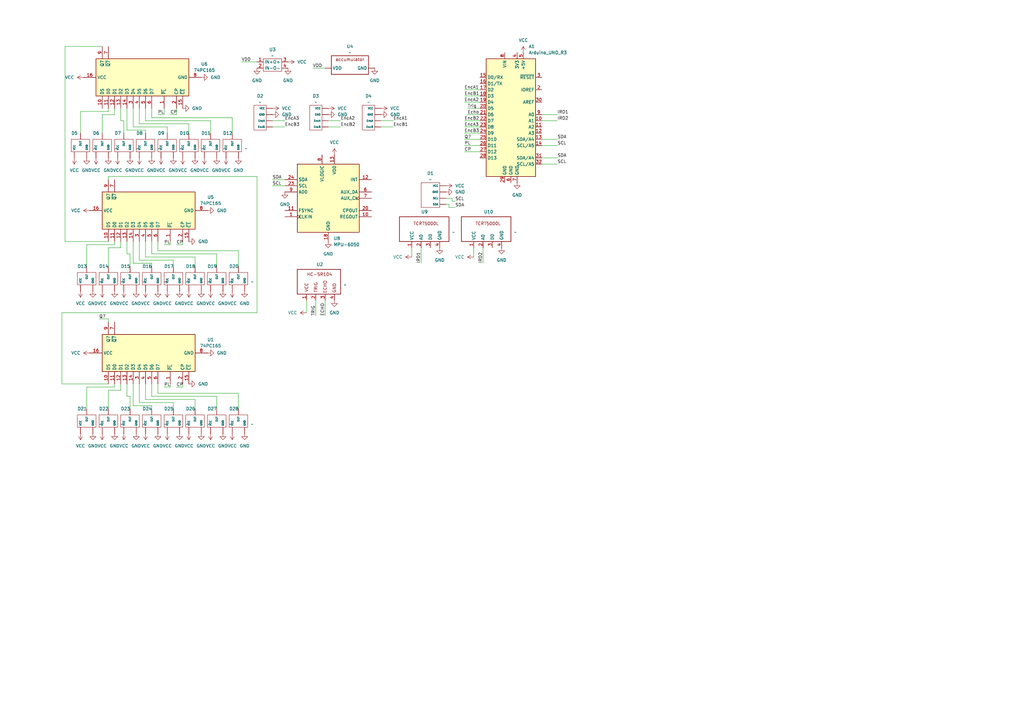
<source format=kicad_sch>
(kicad_sch (version 20231120) (generator "eeschema") (generator_version "8.0")
  (paper "A3")
  (lib_symbols
    (symbol "74xx:74HC165"
      (property "Reference" "U" (at -7.62 19.05 0))
      (property "Value" "74HC165" (at -7.62 -21.59 0))
      (symbol "74HC165_1_0"
        (pin input line (at -12.7 -10.16 0) (length 5.08) (name "~{PL}") (number "1"))
        (pin input line (at -12.7 15.24 0) (length 5.08) (name "DS") (number "10"))
        (pin input line (at -12.7 12.7 0) (length 5.08) (name "D0") (number "11"))
        (pin input line (at -12.7 10.16 0) (length 5.08) (name "D1") (number "12"))
        (pin input line (at -12.7 7.62 0) (length 5.08) (name "D2") (number "13"))
        (pin input line (at -12.7 5.08 0) (length 5.08) (name "D3") (number "14"))
        (pin input line (at -12.7 -17.78 0) (length 5.08) (name "~{CE}") (number "15"))
        (pin power_in line (at 0 22.86 270) (length 5.08) (name "VCC") (number "16"))
        (pin input line (at -12.7 -15.24 0) (length 5.08) (name "CP") (number "2"))
        (pin input line (at -12.7 2.54 0) (length 5.08) (name "D4") (number "3"))
        (pin input line (at -12.7 0 0) (length 5.08) (name "D5") (number "4"))
        (pin input line (at -12.7 -2.54 0) (length 5.08) (name "D6") (number "5"))
        (pin input line (at -12.7 -5.08 0) (length 5.08) (name "D7") (number "6"))
        (pin output line (at 12.7 12.7 180) (length 5.08) (name "~{Q7}") (number "7"))
        (pin power_in line (at 0 -25.4 90) (length 5.08) (name "GND") (number "8"))
        (pin output line (at 12.7 15.24 180) (length 5.08) (name "Q7") (number "9"))
      )
      (symbol "74HC165_1_1"
        (rectangle (start -7.62 17.78) (end 7.62 -20.32) (stroke (width 0.254)) (fill (type background)))
      )
    )
    (symbol "Compas:HMC5883L"
      (property "Reference" "D" (at 0 0 0))
      (symbol "HMC5883L_0_1"
        (rectangle (start -3.81 -1.27) (end 3.81 -11.43))
      )
      (symbol "HMC5883L_1_1"
        (pin output line (at 6.35 -5.08 180) (length 2.54) (name "GND") (number ""))
        (pin output line (at 6.35 -7.62 180) (length 2.54) (name "SCL") (number ""))
        (pin output line (at 6.35 -10.16 180) (length 2.54) (name "SDA") (number ""))
        (pin output line (at 6.35 -2.54 180) (length 2.54) (name "VCC") (number ""))
      )
    )
    (symbol "Encoder_motor:Encoder_vs"
      (property "Reference" "D" (at 0 0 0))
      (symbol "Encoder_vs_0_1"
        (rectangle (start -2.54 -1.27) (end 2.54 -11.43))
      )
      (symbol "Encoder_vs_1_1"
        (pin output line (at 5.08 -7.62 180) (length 2.54) (name "EncA") (number ""))
        (pin output line (at 5.08 -10.16 180) (length 2.54) (name "EncB") (number ""))
        (pin output line (at 5.08 -5.08 180) (length 2.54) (name "GND") (number ""))
        (pin input line (at 5.08 -2.54 180) (length 2.54) (name "VCC") (number ""))
      )
    )
    (symbol "MCU_Module:Arduino_UNO_R3"
      (property "Reference" "A" (at -10.16 23.495 0))
      (property "Value" "Arduino_UNO_R3" (at 5.08 -26.67 0))
      (symbol "Arduino_UNO_R3_0_1"
        (rectangle (start -10.16 22.86) (end 10.16 -25.4) (stroke (width 0.254)) (fill (type background)))
      )
      (symbol "Arduino_UNO_R3_1_1"
        (pin no_connect line (at -10.16 -20.32 0) (length 2.54) hide (name "NC") (number "1"))
        (pin bidirectional line (at 12.7 -2.54 180) (length 2.54) (name "A1") (number "10"))
        (pin bidirectional line (at 12.7 -5.08 180) (length 2.54) (name "A2") (number "11"))
        (pin bidirectional line (at 12.7 -7.62 180) (length 2.54) (name "A3") (number "12"))
        (pin bidirectional line (at 12.7 -10.16 180) (length 2.54) (name "SDA/A4") (number "13"))
        (pin bidirectional line (at 12.7 -12.7 180) (length 2.54) (name "SCL/A5") (number "14"))
        (pin bidirectional line (at -12.7 15.24 0) (length 2.54) (name "D0/RX") (number "15"))
        (pin bidirectional line (at -12.7 12.7 0) (length 2.54) (name "D1/TX") (number "16"))
        (pin bidirectional line (at -12.7 10.16 0) (length 2.54) (name "D2") (number "17"))
        (pin bidirectional line (at -12.7 7.62 0) (length 2.54) (name "D3") (number "18"))
        (pin bidirectional line (at -12.7 5.08 0) (length 2.54) (name "D4") (number "19"))
        (pin output line (at 12.7 10.16 180) (length 2.54) (name "IOREF") (number "2"))
        (pin bidirectional line (at -12.7 2.54 0) (length 2.54) (name "D5") (number "20"))
        (pin bidirectional line (at -12.7 0 0) (length 2.54) (name "D6") (number "21"))
        (pin bidirectional line (at -12.7 -2.54 0) (length 2.54) (name "D7") (number "22"))
        (pin bidirectional line (at -12.7 -5.08 0) (length 2.54) (name "D8") (number "23"))
        (pin bidirectional line (at -12.7 -7.62 0) (length 2.54) (name "D9") (number "24"))
        (pin bidirectional line (at -12.7 -10.16 0) (length 2.54) (name "D10") (number "25"))
        (pin bidirectional line (at -12.7 -12.7 0) (length 2.54) (name "D11") (number "26"))
        (pin bidirectional line (at -12.7 -15.24 0) (length 2.54) (name "D12") (number "27"))
        (pin bidirectional line (at -12.7 -17.78 0) (length 2.54) (name "D13") (number "28"))
        (pin power_in line (at -2.54 -27.94 90) (length 2.54) (name "GND") (number "29"))
        (pin input line (at 12.7 15.24 180) (length 2.54) (name "~{RESET}") (number "3"))
        (pin input line (at 12.7 5.08 180) (length 2.54) (name "AREF") (number "30"))
        (pin bidirectional line (at 12.7 -17.78 180) (length 2.54) (name "SDA/A4") (number "31"))
        (pin bidirectional line (at 12.7 -20.32 180) (length 2.54) (name "SCL/A5") (number "32"))
        (pin power_out line (at 2.54 25.4 270) (length 2.54) (name "3V3") (number "4"))
        (pin power_out line (at 5.08 25.4 270) (length 2.54) (name "+5V") (number "5"))
        (pin power_in line (at 0 -27.94 90) (length 2.54) (name "GND") (number "6"))
        (pin power_in line (at 2.54 -27.94 90) (length 2.54) (name "GND") (number "7"))
        (pin power_in line (at -2.54 25.4 270) (length 2.54) (name "VIN") (number "8"))
        (pin bidirectional line (at 12.7 0 180) (length 2.54) (name "A0") (number "9"))
      )
    )
    (symbol "New_Library:HC-SR104"
      (property "Reference" "U2" (at 3.556 13.97 0))
      (symbol "HC-SR104_1_1"
        (rectangle (start -5.08 12.7) (end 12.7 2.54) (stroke (width 0.254)))
        (text "ECHO" (at 6.35 5.588 900) (effects (font (size 1.27 1.27))))
        (text "GND" (at 10.16 5.08 900) (effects (font (size 1.27 1.27))))
        (text "HC-SR104" (at 4.064 10.668 0) (effects (font (size 1.27 1.27))))
        (text "TRIG" (at 2.54 5.334 900) (effects (font (size 1.27 1.27))))
        (text "VCC" (at -1.27 5.334 900) (effects (font (size 1.27 1.27))))
        (pin input line (at -1.27 0 90) (length 2.54) (name "VCC") (number "1"))
        (pin output line (at 2.54 0 90) (length 2.54) (name "TRIG") (number "2"))
        (pin output line (at 6.35 0 90) (length 2.54) (name "ECHO") (number "3"))
        (pin output line (at 10.16 0 90) (length 2.54) (name "GND") (number "4"))
      )
    )
    (symbol "New_Library:TCRT5000L"
      (property "Reference" "U" (at 5.334 14.224 0))
      (symbol "TCRT5000L_1_0"
        (pin input line (at 0 0 90) (length 2.54) (name "VCC") (number "1"))
        (pin input line (at 3.81 0 90) (length 2.54) (name "A0") (number "2"))
        (pin input line (at 7.62 0 90) (length 2.54) (name "D0") (number "3"))
        (pin input line (at 11.43 0 90) (length 2.54) (name "GND") (number "4"))
      )
      (symbol "TCRT5000L_1_1"
        (rectangle (start -5.08 12.7) (end 15.24 2.54) (stroke (width 0.254)))
        (text "TCRT5000L" (at 5.842 9.906 0) (effects (font (size 1.27 1.27))))
      )
    )
    (symbol "New_Library:accumulator_11.1_V_1800_mAh"
      (property "Reference" "U" (at 10.16 6.858 0))
      (symbol "accumulator_11.1_V_1800_mAh_1_0"
        (pin output line (at 20.32 0 180) (length 2.54) (name "GND") (number ""))
        (pin output line (at 0 0 0) (length 2.54) (name "VDD") (number ""))
      )
      (symbol "accumulator_11.1_V_1800_mAh_1_1"
        (rectangle (start 2.54 5.08) (end 17.78 -2.54) (stroke (width 0.254)))
        (text "accumulator" (at 10.16 3.556 0) (effects (font (size 1.27 1.27))))
      )
    )
    (symbol "New_Library_0:DC-DC"
      (property "Reference" "U" (at 0 4.318 0))
      (symbol "DC-DC_0_1"
        (rectangle (start -3.81 2.54) (end 3.81 -2.54))
      )
      (symbol "DC-DC_1_1"
        (pin input line (at -6.35 1.27 0) (length 2.54) (name "IN+") (number "1"))
        (pin input line (at -6.35 -1.27 0) (length 2.54) (name "IN-") (number "2"))
        (pin input line (at 6.35 1.27 180) (length 2.54) (name "O+") (number "3"))
        (pin input line (at 6.35 -1.27 180) (length 2.54) (name "O-") (number "4"))
      )
    )
    (symbol "Sensor_Motion:MPU-6050"
      (property "Reference" "U" (at -11.43 13.97 0))
      (property "Value" "MPU-6050" (at 7.62 -15.24 0))
      (symbol "MPU-6050_0_0"
        (text "" (at 12.7 -2.54 0) (effects (font (size 1.27 1.27))))
      )
      (symbol "MPU-6050_0_1"
        (rectangle (start -12.7 13.97) (end 12.7 -13.97) (stroke (width 0.254)) (fill (type background)))
      )
      (symbol "MPU-6050_1_1"
        (pin input clock (at -17.78 -7.62 0) (length 5.08) (name "CLKIN") (number "1"))
        (pin passive line (at 17.78 -7.62 180) (length 5.08) (name "REGOUT") (number "10"))
        (pin input line (at -17.78 -5.08 0) (length 5.08) (name "FSYNC") (number "11"))
        (pin output line (at 17.78 7.62 180) (length 5.08) (name "INT") (number "12"))
        (pin power_in line (at 2.54 17.78 270) (length 3.81) (name "VDD") (number "13"))
        (pin no_connect line (at -12.7 -10.16 0) (length 2.54) hide (name "NC") (number "14"))
        (pin no_connect line (at 12.7 12.7 180) (length 2.54) hide (name "NC") (number "15"))
        (pin no_connect line (at 12.7 10.16 180) (length 2.54) hide (name "NC") (number "16"))
        (pin no_connect line (at 12.7 5.08 180) (length 2.54) hide (name "NC") (number "17"))
        (pin power_in line (at 0 -17.78 90) (length 3.81) (name "GND") (number "18"))
        (pin no_connect line (at 12.7 -10.16 180) (length 2.54) hide (name "RESV") (number "19"))
        (pin no_connect line (at -12.7 12.7 0) (length 2.54) hide (name "NC") (number "2"))
        (pin passive line (at 17.78 -5.08 180) (length 5.08) (name "CPOUT") (number "20"))
        (pin no_connect line (at 12.7 -2.54 180) (length 2.54) hide (name "RESV") (number "21"))
        (pin no_connect line (at 12.7 -12.7 180) (length 2.54) hide (name "RESV") (number "22"))
        (pin input line (at -17.78 5.08 0) (length 5.08) (name "SCL") (number "23"))
        (pin bidirectional line (at -17.78 7.62 0) (length 5.08) (name "SDA") (number "24"))
        (pin no_connect line (at -12.7 10.16 0) (length 2.54) hide (name "NC") (number "3"))
        (pin no_connect line (at -12.7 0 0) (length 2.54) hide (name "NC") (number "4"))
        (pin no_connect line (at -12.7 -2.54 0) (length 2.54) hide (name "NC") (number "5"))
        (pin bidirectional line (at 17.78 2.54 180) (length 5.08) (name "AUX_DA") (number "6"))
        (pin output clock (at 17.78 0 180) (length 5.08) (name "AUX_CL") (number "7"))
        (pin power_in line (at -2.54 17.78 270) (length 3.81) (name "VLOGIC") (number "8"))
        (pin input line (at -17.78 2.54 0) (length 5.08) (name "AD0") (number "9"))
      )
    )
    (symbol "TSOP4838:TSOP4838"
      (property "Reference" "D" (at 0 0 0))
      (symbol "TSOP4838_0_1"
        (rectangle (start -2.54 -1.27) (end 2.54 -8.89))
      )
      (symbol "TSOP4838_1_1"
        (pin output line (at -5.08 -7.62 0) (length 2.54) (name "GND") (number ""))
        (pin output line (at 5.08 -5.08 180) (length 2.54) (name "OUT") (number ""))
        (pin input line (at -5.08 -2.54 0) (length 2.54) (name "VCC") (number ""))
      )
    )
    (symbol "power:GND" (power) (pin_numbers hide) (pin_names (offset 0) hide)
      (property "Value" "GND" (at 0 -3.81 0))
      (symbol "GND_0_1"
        (polyline (pts (xy 0 0) (xy 0 -1.27) (xy 1.27 -1.27) (xy 0 -2.54) (xy -1.27 -1.27) (xy 0 -1.27)))
      )
      (symbol "GND_1_1"
        (pin power_in line (at 0 0 270) (length 0) (name "~") (number "1"))
      )
    )
    (symbol "power:VCC" (power) (pin_numbers hide) (pin_names (offset 0) hide)
      (property "Value" "VCC" (at 0 3.556 0))
      (symbol "VCC_0_1"
        (polyline (pts (xy -0.762 1.27) (xy 0 2.54)))
        (polyline (pts (xy 0 0) (xy 0 2.54)))
        (polyline (pts (xy 0 2.54) (xy 0.762 1.27)))
      )
      (symbol "VCC_1_1"
        (pin power_in line (at 0 0 90) (length 0) (name "~") (number "1"))
      )
    )
  )
  (wire (pts (xy 54.61 52.07) (xy 68.58 52.07)))
  (wire (pts (xy 190.5 57.15) (xy 196.85 57.15)))
  (wire (pts (xy 26.67 19.05) (xy 26.67 99.06)))
  (wire (pts (xy 33.02 45.72) (xy 44.45 45.72)))
  (wire (pts (xy 184.15 85.09) (xy 186.69 85.09)))
  (wire (pts (xy 134.62 52.07) (xy 139.7 52.07)))
  (wire (pts (xy 50.8 49.53) (xy 49.53 49.53)))
  (wire (pts (xy 44.45 132.08) (xy 44.45 130.81)))
  (wire (pts (xy 184.15 85.09) (xy 184.15 83.82)))
  (wire (pts (xy 46.99 46.99) (xy 46.99 44.45)))
  (wire (pts (xy 198.12 101.6) (xy 198.12 107.95)))
  (wire (pts (xy 97.79 102.87) (xy 97.79 109.22)))
  (wire (pts (xy 172.72 101.6) (xy 172.72 107.95)))
  (wire (pts (xy 88.9 162.56) (xy 88.9 167.64)))
  (wire (pts (xy 57.15 99.06) (xy 57.15 106.68)))
  (wire (pts (xy 44.45 101.6) (xy 49.53 101.6)))
  (wire (pts (xy 191.77 46.99) (xy 196.85 46.99)))
  (wire (pts (xy 185.42 82.55) (xy 185.42 81.28)))
  (wire (pts (xy 46.99 100.33) (xy 46.99 99.06)))
  (wire (pts (xy 222.25 49.53) (xy 228.6 49.53)))
  (wire (pts (xy 59.69 44.45) (xy 59.69 49.53)))
  (wire (pts (xy 222.25 64.77) (xy 228.6 64.77)))
  (wire (pts (xy 35.56 158.75) (xy 46.99 158.75)))
  (wire (pts (xy 134.62 49.53) (xy 139.7 49.53)))
  (wire (pts (xy 190.5 59.69) (xy 196.85 59.69)))
  (wire (pts (xy 67.31 46.99) (xy 67.31 44.45)))
  (wire (pts (xy 52.07 53.34) (xy 59.69 53.34)))
  (wire (pts (xy 54.61 99.06) (xy 54.61 107.95)))
  (wire (pts (xy 53.34 104.14) (xy 52.07 104.14)))
  (wire (pts (xy 26.67 19.05) (xy 41.91 19.05)))
  (wire (pts (xy 95.25 48.26) (xy 95.25 54.61)))
  (wire (pts (xy 52.07 44.45) (xy 52.07 53.34)))
  (wire (pts (xy 71.12 106.68) (xy 71.12 109.22)))
  (wire (pts (xy 44.45 72.39) (xy 44.45 73.66)))
  (wire (pts (xy 49.53 101.6) (xy 49.53 99.06)))
  (wire (pts (xy 64.77 46.99) (xy 67.31 46.99)))
  (wire (pts (xy 62.23 157.48) (xy 62.23 162.56)))
  (wire (pts (xy 41.91 54.61) (xy 41.91 46.99)))
  (wire (pts (xy 222.25 46.99) (xy 228.6 46.99)))
  (wire (pts (xy 190.5 39.37) (xy 196.85 39.37)) (stroke (width 0) (color 0 194 0 1)))
  (wire (pts (xy 97.79 161.29) (xy 97.79 167.64)))
  (wire (pts (xy 62.23 99.06) (xy 62.23 104.14)))
  (wire (pts (xy 190.5 41.91) (xy 196.85 41.91)) (stroke (width 0) (color 0 194 0 1)))
  (wire (pts (xy 105.41 72.39) (xy 44.45 72.39)))
  (wire (pts (xy 54.61 166.37) (xy 62.23 166.37)))
  (wire (pts (xy 67.31 158.75) (xy 69.85 158.75)))
  (wire (pts (xy 111.76 76.2) (xy 116.84 76.2)))
  (wire (pts (xy 44.45 109.22) (xy 44.45 101.6)))
  (wire (pts (xy 111.76 52.07) (xy 116.84 52.07)))
  (wire (pts (xy 72.39 46.99) (xy 72.39 44.45)))
  (wire (pts (xy 99.06 25.4) (xy 105.41 25.4)))
  (wire (pts (xy 54.61 157.48) (xy 54.61 166.37)))
  (wire (pts (xy 128.27 27.94) (xy 133.35 27.94)))
  (wire (pts (xy 88.9 104.14) (xy 88.9 109.22)))
  (wire (pts (xy 185.42 82.55) (xy 186.69 82.55)))
  (wire (pts (xy 222.25 57.15) (xy 228.6 57.15)))
  (wire (pts (xy 59.69 105.41) (xy 80.01 105.41)))
  (wire (pts (xy 80.01 163.83) (xy 80.01 167.64)))
  (wire (pts (xy 77.47 50.8) (xy 77.47 54.61)))
  (wire (pts (xy 62.23 104.14) (xy 88.9 104.14)))
  (wire (pts (xy 69.85 100.33) (xy 69.85 99.06)))
  (wire (pts (xy 44.45 167.64) (xy 44.45 160.02)))
  (wire (pts (xy 111.76 73.66) (xy 116.84 73.66)))
  (wire (pts (xy 185.42 81.28) (xy 182.88 81.28)))
  (wire (pts (xy 80.01 105.41) (xy 80.01 109.22)))
  (wire (pts (xy 194.31 101.6) (xy 194.31 105.41)))
  (wire (pts (xy 44.45 160.02) (xy 49.53 160.02)))
  (wire (pts (xy 64.77 99.06) (xy 64.77 102.87)))
  (wire (pts (xy 69.85 46.99) (xy 72.39 46.99)))
  (wire (pts (xy 52.07 162.56) (xy 52.07 157.48)))
  (wire (pts (xy 49.53 49.53) (xy 49.53 44.45)))
  (wire (pts (xy 53.34 162.56) (xy 52.07 162.56)))
  (wire (pts (xy 190.5 36.83) (xy 196.85 36.83)) (stroke (width 0) (color 0 194 0 1)))
  (wire (pts (xy 25.4 157.48) (xy 44.45 157.48)))
  (wire (pts (xy 62.23 44.45) (xy 62.23 48.26)))
  (wire (pts (xy 184.15 83.82) (xy 182.88 83.82)))
  (wire (pts (xy 111.76 49.53) (xy 116.84 49.53)))
  (wire (pts (xy 64.77 161.29) (xy 97.79 161.29)))
  (wire (pts (xy 40.64 130.81) (xy 44.45 130.81)))
  (wire (pts (xy 133.35 123.19) (xy 133.35 129.54)))
  (wire (pts (xy 67.31 100.33) (xy 69.85 100.33)))
  (wire (pts (xy 54.61 44.45) (xy 54.61 52.07)))
  (wire (pts (xy 190.5 49.53) (xy 196.85 49.53)) (stroke (width 0) (color 0 194 0 1)))
  (wire (pts (xy 62.23 48.26) (xy 95.25 48.26)))
  (wire (pts (xy 41.91 46.99) (xy 46.99 46.99)))
  (wire (pts (xy 222.25 59.69) (xy 228.6 59.69)))
  (wire (pts (xy 25.4 128.27) (xy 105.41 128.27)))
  (wire (pts (xy 25.4 128.27) (xy 25.4 157.48)))
  (wire (pts (xy 59.69 157.48) (xy 59.69 163.83)))
  (wire (pts (xy 57.15 106.68) (xy 71.12 106.68)))
  (wire (pts (xy 190.5 52.07) (xy 196.85 52.07)) (stroke (width 0) (color 0 194 0 1)))
  (wire (pts (xy 57.15 165.1) (xy 71.12 165.1)))
  (wire (pts (xy 57.15 44.45) (xy 57.15 50.8)))
  (wire (pts (xy 64.77 102.87) (xy 97.79 102.87)))
  (wire (pts (xy 62.23 162.56) (xy 88.9 162.56)))
  (wire (pts (xy 35.56 109.22) (xy 35.56 100.33)))
  (wire (pts (xy 49.53 160.02) (xy 49.53 157.48)))
  (wire (pts (xy 72.39 158.75) (xy 74.93 158.75)))
  (wire (pts (xy 222.25 67.31) (xy 228.6 67.31)))
  (wire (pts (xy 59.69 53.34) (xy 59.69 54.61)))
  (wire (pts (xy 69.85 158.75) (xy 69.85 157.48)))
  (wire (pts (xy 33.02 54.61) (xy 33.02 45.72)))
  (wire (pts (xy 105.41 72.39) (xy 105.41 128.27)))
  (wire (pts (xy 86.36 49.53) (xy 86.36 54.61)))
  (wire (pts (xy 35.56 100.33) (xy 46.99 100.33)))
  (wire (pts (xy 54.61 107.95) (xy 62.23 107.95)))
  (wire (pts (xy 74.93 158.75) (xy 74.93 157.48)))
  (wire (pts (xy 57.15 157.48) (xy 57.15 165.1)))
  (wire (pts (xy 72.39 100.33) (xy 74.93 100.33)))
  (wire (pts (xy 74.93 100.33) (xy 74.93 99.06)))
  (wire (pts (xy 62.23 166.37) (xy 62.23 167.64)))
  (wire (pts (xy 26.67 99.06) (xy 44.45 99.06)))
  (wire (pts (xy 129.54 123.19) (xy 129.54 129.54)))
  (wire (pts (xy 57.15 50.8) (xy 77.47 50.8)))
  (wire (pts (xy 35.56 167.64) (xy 35.56 158.75)))
  (wire (pts (xy 53.34 109.22) (xy 53.34 104.14)))
  (wire (pts (xy 59.69 163.83) (xy 80.01 163.83)))
  (wire (pts (xy 59.69 99.06) (xy 59.69 105.41)))
  (wire (pts (xy 53.34 167.64) (xy 53.34 162.56)))
  (wire (pts (xy 50.8 54.61) (xy 50.8 49.53)))
  (wire (pts (xy 156.21 49.53) (xy 161.29 49.53)))
  (wire (pts (xy 125.73 123.19) (xy 125.73 128.27)))
  (wire (pts (xy 190.5 62.23) (xy 196.85 62.23)))
  (wire (pts (xy 168.91 101.6) (xy 168.91 105.41)))
  (wire (pts (xy 46.99 158.75) (xy 46.99 157.48)))
  (wire (pts (xy 68.58 52.07) (xy 68.58 54.61)))
  (wire (pts (xy 156.21 52.07) (xy 161.29 52.07)))
  (wire (pts (xy 190.5 54.61) (xy 196.85 54.61)) (stroke (width 0) (color 0 194 0 1)))
  (wire (pts (xy 64.77 157.48) (xy 64.77 161.29)))
  (wire (pts (xy 59.69 49.53) (xy 86.36 49.53)))
  (wire (pts (xy 62.23 107.95) (xy 62.23 109.22)))
  (wire (pts (xy 44.45 45.72) (xy 44.45 44.45)))
  (wire (pts (xy 52.07 104.14) (xy 52.07 99.06)))
  (wire (pts (xy 191.77 44.45) (xy 196.85 44.45)))
  (wire (pts (xy 71.12 165.1) (xy 71.12 167.64)))
  (label "PL" (at 64.77 46.99 0))
  (label "EncA2" (at 139.7 49.53 0))
  (label "Echo" (at 191.77 46.99 0))
  (label "IRD1" (at 228.6 46.99 0))
  (label "IRD2" (at 228.6 49.53 0))
  (label "SDA" (at 228.6 57.15 0))
  (label "EncB2" (at 190.5 49.53 0))
  (label "SDA" (at 111.76 73.66 0))
  (label "CP" (at 72.39 158.75 0))
  (label "PL" (at 67.31 100.33 0))
  (label "Trig" (at 191.77 44.45 0))
  (label "EncA3" (at 116.84 49.53 0))
  (label "SCL" (at 111.76 76.2 0))
  (label "EncA1" (at 190.5 36.83 0))
  (label "SCL" (at 228.6 67.31 0))
  (label "EncA1" (at 161.29 49.53 0))
  (label "IRD2" (at 198.12 107.95 90))
  (label "Q7" (at 190.5 57.15 0))
  (label "EncB3" (at 116.84 52.07 0))
  (label "PL" (at 67.31 158.75 0))
  (label "SDA" (at 186.69 85.09 0))
  (label "Q7" (at 40.64 130.81 0))
  (label "VDD" (at 128.27 27.94 0))
  (label "EncA3" (at 190.5 52.07 0))
  (label "EncB1" (at 190.5 39.37 0))
  (label "TRIG" (at 129.54 129.54 90))
  (label "EncB1" (at 161.29 52.07 0))
  (label "PL" (at 190.5 59.69 0))
  (label "CP" (at 69.85 46.99 0))
  (label "SDA" (at 228.6 64.77 0))
  (label "SCL" (at 228.6 59.69 0))
  (label "EncA2" (at 190.5 41.91 0))
  (label "EncB3" (at 190.5 54.61 0))
  (label "EncB2" (at 139.7 52.07 0))
  (label "IRD1" (at 172.72 107.95 90))
  (label "SCL" (at 186.69 82.55 0))
  (label "CP" (at 72.39 100.33 0))
  (label "CP" (at 190.5 62.23 0))
  (label "ECHO" (at 133.35 129.54 90))
  (label "VDD" (at 99.06 25.4 0))
  (symbol (lib_id "power:VCC") (at 57.15 64.77 180) (unit 1)
    (property "Reference" "#PWR036" (effects (hide yes)))
    (property "Value" "VCC" (at 57.15 69.85 0))
    (property "Description" "Power symbol creates a global label with name \"VCC\"" (effects (hide yes)))
  )
  (symbol (lib_id "74xx:74HC165") (at 59.69 86.36 90) (unit 1)
    (property "Reference" "U5" (at 86.36 80.8638 90))
    (property "Value" "74PC165" (at 86.36 83.4038 90))
    (property "Datasheet" "https://assets.nexperia.com/documents/data-sheet/74HC_HCT165.pdf" (effects (hide yes)))
    (property "Description" "Shift Register, 8-bit, Parallel Load" (effects (hide yes)))
  )
  (symbol (lib_id "power:VCC") (at 50.8 177.8 180) (unit 1)
    (property "Reference" "#PWR069" (effects (hide yes)))
    (property "Value" "VCC" (at 50.8 182.88 0))
    (property "Description" "Power symbol creates a global label with name \"VCC\"" (effects (hide yes)))
  )
  (symbol (lib_id "power:VCC") (at 68.58 177.8 180) (unit 1)
    (property "Reference" "#PWR073" (effects (hide yes)))
    (property "Value" "VCC" (at 68.58 182.88 0))
    (property "Description" "Power symbol creates a global label with name \"VCC\"" (effects (hide yes)))
  )
  (symbol (lib_id "power:VCC") (at 214.63 21.59 0) (unit 1)
    (property "Reference" "#PWR07" (effects (hide yes)))
    (property "Value" "VCC" (at 214.63 16.51 0))
    (property "Description" "Power symbol creates a global label with name \"VCC\"" (effects (hide yes)))
  )
  (symbol (lib_id "TSOP4838:TSOP4838") (at 74.93 172.72 90) (unit 1)
    (property "Reference" "D26" (at 76.2 167.64 90) (effects (justify right)))
    (property "Value" "~" (at 85.09 173.99 90) (effects (justify right)))
  )
  (symbol (lib_id "power:VCC") (at 59.69 119.38 180) (unit 1)
    (property "Reference" "#PWR055" (effects (hide yes)))
    (property "Value" "VCC" (at 59.69 124.46 0))
    (property "Description" "Power symbol creates a global label with name \"VCC\"" (effects (hide yes)))
  )
  (symbol (lib_id "power:GND") (at 212.09 74.93 0) (unit 1)
    (property "Reference" "#PWR08" (effects (hide yes)))
    (property "Value" "GND" (at 212.09 80.01 0))
    (property "Description" "Power symbol creates a global label with name \"GND\" , ground" (effects (hide yes)))
  )
  (symbol (lib_id "TSOP4838:TSOP4838") (at 92.71 172.72 90) (unit 1)
    (property "Reference" "D28" (at 93.98 167.64 90) (effects (justify right)))
    (property "Value" "~" (at 102.87 173.99 90) (effects (justify right)))
  )
  (symbol (lib_id "TSOP4838:TSOP4838") (at 57.15 114.3 90) (unit 1)
    (property "Reference" "D16" (at 58.42 109.22 90) (effects (justify right)))
    (property "Value" "~" (at 67.31 115.57 90) (effects (justify right)))
  )
  (symbol (lib_id "power:GND") (at 73.66 119.38 0) (unit 1)
    (property "Reference" "#PWR058" (effects (hide yes)))
    (property "Value" "GND" (at 73.66 124.46 0))
    (property "Description" "Power symbol creates a global label with name \"GND\" , ground" (effects (hide yes)))
  )
  (symbol (lib_id "TSOP4838:TSOP4838") (at 36.83 59.69 90) (unit 1)
    (property "Reference" "D6" (at 38.1 54.61 90) (effects (justify right)))
    (property "Value" "~" (at 46.99 60.96 90) (effects (justify right)))
  )
  (symbol (lib_id "power:VCC") (at 77.47 119.38 180) (unit 1)
    (property "Reference" "#PWR059" (effects (hide yes)))
    (property "Value" "VCC" (at 77.47 124.46 0))
    (property "Description" "Power symbol creates a global label with name \"VCC\"" (effects (hide yes)))
  )
  (symbol (lib_id "power:VCC") (at 125.73 128.27 90) (unit 1)
    (property "Reference" "#PWR01" (effects (hide yes)))
    (property "Value" "VCC" (at 121.92 128.2699 90) (effects (justify left)))
    (property "Description" "Power symbol creates a global label with name \"VCC\"" (effects (hide yes)))
  )
  (symbol (lib_id "power:VCC") (at 33.02 119.38 180) (unit 1)
    (property "Reference" "#PWR049" (effects (hide yes)))
    (property "Value" "VCC" (at 33.02 124.46 0))
    (property "Description" "Power symbol creates a global label with name \"VCC\"" (effects (hide yes)))
  )
  (symbol (lib_id "power:GND") (at 180.34 101.6 0) (unit 1)
    (property "Reference" "#PWR014" (effects (hide yes)))
    (property "Value" "GND" (at 180.34 106.68 0))
    (property "Description" "Power symbol creates a global label with name \"GND\" , ground" (effects (hide yes)))
  )
  (symbol (lib_id "TSOP4838:TSOP4838") (at 48.26 172.72 90) (unit 1)
    (property "Reference" "D23" (at 49.53 167.64 90) (effects (justify right)))
    (property "Value" "~" (at 58.42 173.99 90) (effects (justify right)))
  )
  (symbol (lib_id "power:GND") (at 62.23 64.77 0) (unit 1)
    (property "Reference" "#PWR044" (effects (hide yes)))
    (property "Value" "GND" (at 62.23 69.85 0))
    (property "Description" "Power symbol creates a global label with name \"GND\" , ground" (effects (hide yes)))
  )
  (symbol (lib_id "power:GND") (at 46.99 177.8 0) (unit 1)
    (property "Reference" "#PWR068" (effects (hide yes)))
    (property "Value" "GND" (at 46.99 182.88 0))
    (property "Description" "Power symbol creates a global label with name \"GND\" , ground" (effects (hide yes)))
  )
  (symbol (lib_id "power:GND") (at 97.79 64.77 0) (unit 1)
    (property "Reference" "#PWR048" (effects (hide yes)))
    (property "Value" "GND" (at 97.79 69.85 0))
    (property "Description" "Power symbol creates a global label with name \"GND\" , ground" (effects (hide yes)))
  )
  (symbol (lib_id "power:VCC") (at 41.91 177.8 180) (unit 1)
    (property "Reference" "#PWR067" (effects (hide yes)))
    (property "Value" "VCC" (at 41.91 182.88 0))
    (property "Description" "Power symbol creates a global label with name \"VCC\"" (effects (hide yes)))
  )
  (symbol (lib_id "power:VCC") (at 156.21 44.45 270) (unit 1)
    (property "Reference" "#PWR031" (effects (hide yes)))
    (property "Value" "VCC" (at 160.02 44.4499 90) (effects (justify left)))
    (property "Description" "Power symbol creates a global label with name \"VCC\"" (effects (hide yes)))
  )
  (symbol (lib_id "power:GND") (at 137.16 123.19 0) (unit 1)
    (property "Reference" "#PWR02" (effects (hide yes)))
    (property "Value" "GND" (at 137.16 128.27 0))
    (property "Description" "Power symbol creates a global label with name \"GND\" , ground" (effects (hide yes)))
  )
  (symbol (lib_id "New_Library:accumulator_11.1_V_1800_mAh") (at 133.35 27.94 0) (unit 1)
    (property "Reference" "U4" (at 143.51 19.05 0))
    (property "Value" "~" (at 143.51 21.59 0))
  )
  (symbol (lib_id "power:GND") (at 153.67 27.94 0) (unit 1)
    (property "Reference" "#PWR06" (effects (hide yes)))
    (property "Value" "GND" (at 153.67 33.02 0))
    (property "Description" "Power symbol creates a global label with name \"GND\" , ground" (effects (hide yes)))
  )
  (symbol (lib_id "TSOP4838:TSOP4838") (at 39.37 114.3 90) (unit 1)
    (property "Reference" "D14" (at 40.64 109.22 90) (effects (justify right)))
    (property "Value" "~" (at 49.53 115.57 90) (effects (justify right)))
  )
  (symbol (lib_id "New_Library:TCRT5000L") (at 168.91 101.6 0) (unit 1)
    (property "Reference" "U9" (at 172.72 86.868 0) (effects (justify left)))
    (property "Value" "~" (at 185.42 95.25 0) (effects (justify left)))
  )
  (symbol (lib_id "power:VCC") (at 194.31 105.41 90) (unit 1)
    (property "Reference" "#PWR026" (effects (hide yes)))
    (property "Value" "VCC" (at 190.5 105.4099 90) (effects (justify left)))
    (property "Description" "Power symbol creates a global label with name \"VCC\"" (effects (hide yes)))
  )
  (symbol (lib_id "power:GND") (at 116.84 78.74 0) (unit 1)
    (property "Reference" "#PWR010" (effects (hide yes)))
    (property "Value" "GND" (at 116.84 83.82 0))
    (property "Description" "Power symbol creates a global label with name \"GND\" , ground" (effects (hide yes)))
  )
  (symbol (lib_id "Encoder_motor:Encoder_vs") (at 106.68 41.91 0) (unit 1)
    (property "Reference" "D2" (at 106.68 39.37 0))
    (property "Value" "~" (at 106.68 41.91 0))
  )
  (symbol (lib_id "New_Library_0:DC-DC") (at 111.76 26.67 0) (unit 1)
    (property "Reference" "U3" (at 111.76 20.32 0))
    (property "Value" "~" (at 111.76 22.86 0))
  )
  (symbol (lib_id "power:VCC") (at 59.69 177.8 180) (unit 1)
    (property "Reference" "#PWR071" (effects (hide yes)))
    (property "Value" "VCC" (at 59.69 182.88 0))
    (property "Description" "Power symbol creates a global label with name \"VCC\"" (effects (hide yes)))
  )
  (symbol (lib_id "power:GND") (at 46.99 119.38 0) (unit 1)
    (property "Reference" "#PWR052" (effects (hide yes)))
    (property "Value" "GND" (at 46.99 124.46 0))
    (property "Description" "Power symbol creates a global label with name \"GND\" , ground" (effects (hide yes)))
  )
  (symbol (lib_id "power:VCC") (at 182.88 76.2 270) (unit 1)
    (property "Reference" "#PWR024" (effects (hide yes)))
    (property "Value" "VCC" (at 186.69 76.1999 90) (effects (justify left)))
    (property "Description" "Power symbol creates a global label with name \"VCC\"" (effects (hide yes)))
  )
  (symbol (lib_id "TSOP4838:TSOP4838") (at 48.26 114.3 90) (unit 1)
    (property "Reference" "D15" (at 49.53 109.22 90) (effects (justify right)))
    (property "Value" "~" (at 58.42 115.57 90) (effects (justify right)))
  )
  (symbol (lib_id "Encoder_motor:Encoder_vs") (at 151.13 41.91 0) (unit 1)
    (property "Reference" "D4" (at 151.13 39.37 0))
    (property "Value" "~" (at 151.13 41.91 0))
  )
  (symbol (lib_id "TSOP4838:TSOP4838") (at 81.28 59.69 90) (unit 1)
    (property "Reference" "D11" (at 82.55 54.61 90) (effects (justify right)))
    (property "Value" "~" (at 91.44 60.96 90) (effects (justify right)))
  )
  (symbol (lib_id "power:GND") (at 134.62 46.99 90) (unit 1)
    (property "Reference" "#PWR030" (effects (hide yes)))
    (property "Value" "GND" (at 138.43 46.9899 90) (effects (justify right)))
    (property "Description" "Power symbol creates a global label with name \"GND\" , ground" (effects (hide yes)))
  )
  (symbol (lib_id "power:VCC") (at 36.83 144.78 90) (unit 1)
    (property "Reference" "#PWR017" (effects (hide yes)))
    (property "Value" "VCC" (at 33.02 144.7799 90) (effects (justify left)))
    (property "Description" "Power symbol creates a global label with name \"VCC\"" (effects (hide yes)))
  )
  (symbol (lib_id "power:GND") (at 82.55 31.75 90) (unit 1)
    (property "Reference" "#PWR018" (effects (hide yes)))
    (property "Value" "GND" (at 86.36 31.7499 90) (effects (justify right)))
    (property "Description" "Power symbol creates a global label with name \"GND\" , ground" (effects (hide yes)))
  )
  (symbol (lib_id "power:GND") (at 182.88 78.74 90) (unit 1)
    (property "Reference" "#PWR025" (effects (hide yes)))
    (property "Value" "GND" (at 186.69 78.7399 90) (effects (justify right)))
    (property "Description" "Power symbol creates a global label with name \"GND\" , ground" (effects (hide yes)))
  )
  (symbol (lib_id "power:GND") (at 88.9 64.77 0) (unit 1)
    (property "Reference" "#PWR047" (effects (hide yes)))
    (property "Value" "GND" (at 88.9 69.85 0))
    (property "Description" "Power symbol creates a global label with name \"GND\" , ground" (effects (hide yes)))
  )
  (symbol (lib_id "power:GND") (at 85.09 86.36 90) (unit 1)
    (property "Reference" "#PWR019" (effects (hide yes)))
    (property "Value" "GND" (at 88.9 86.3599 90) (effects (justify right)))
    (property "Description" "Power symbol creates a global label with name \"GND\" , ground" (effects (hide yes)))
  )
  (symbol (lib_id "power:GND") (at 77.47 99.06 90) (unit 1)
    (property "Reference" "#PWR022" (effects (hide yes)))
    (property "Value" "GND" (at 81.28 99.0599 90) (effects (justify right)))
    (property "Description" "Power symbol creates a global label with name \"GND\" , ground" (effects (hide yes)))
  )
  (symbol (lib_id "TSOP4838:TSOP4838") (at 30.48 172.72 90) (unit 1)
    (property "Reference" "D21" (at 31.75 167.64 90) (effects (justify right)))
    (property "Value" "~" (at 40.64 173.99 90) (effects (justify right)))
  )
  (symbol (lib_id "power:VCC") (at 77.47 177.8 180) (unit 1)
    (property "Reference" "#PWR075" (effects (hide yes)))
    (property "Value" "VCC" (at 77.47 182.88 0))
    (property "Description" "Power symbol creates a global label with name \"VCC\"" (effects (hide yes)))
  )
  (symbol (lib_id "power:VCC") (at 74.93 64.77 180) (unit 1)
    (property "Reference" "#PWR038" (effects (hide yes)))
    (property "Value" "VCC" (at 74.93 69.85 0))
    (property "Description" "Power symbol creates a global label with name \"VCC\"" (effects (hide yes)))
  )
  (symbol (lib_id "power:VCC") (at 39.37 64.77 180) (unit 1)
    (property "Reference" "#PWR034" (effects (hide yes)))
    (property "Value" "VCC" (at 39.37 69.85 0))
    (property "Description" "Power symbol creates a global label with name \"VCC\"" (effects (hide yes)))
  )
  (symbol (lib_id "TSOP4838:TSOP4838") (at 30.48 114.3 90) (unit 1)
    (property "Reference" "D13" (at 31.75 109.22 90) (effects (justify right)))
    (property "Value" "~" (at 40.64 115.57 90) (effects (justify right)))
  )
  (symbol (lib_id "power:GND") (at 156.21 46.99 90) (unit 1)
    (property "Reference" "#PWR032" (effects (hide yes)))
    (property "Value" "GND" (at 160.02 46.9899 90) (effects (justify right)))
    (property "Description" "Power symbol creates a global label with name \"GND\" , ground" (effects (hide yes)))
  )
  (symbol (lib_id "power:VCC") (at 111.76 44.45 270) (unit 1)
    (property "Reference" "#PWR09" (effects (hide yes)))
    (property "Value" "VCC" (at 115.57 44.4499 90) (effects (justify left)))
    (property "Description" "Power symbol creates a global label with name \"VCC\"" (effects (hide yes)))
  )
  (symbol (lib_id "power:GND") (at 82.55 177.8 0) (unit 1)
    (property "Reference" "#PWR076" (effects (hide yes)))
    (property "Value" "GND" (at 82.55 182.88 0))
    (property "Description" "Power symbol creates a global label with name \"GND\" , ground" (effects (hide yes)))
  )
  (symbol (lib_id "TSOP4838:TSOP4838") (at 83.82 172.72 90) (unit 1)
    (property "Reference" "D27" (at 85.09 167.64 90) (effects (justify right)))
    (property "Value" "~" (at 93.98 173.99 90) (effects (justify right)))
  )
  (symbol (lib_id "power:VCC") (at 86.36 119.38 180) (unit 1)
    (property "Reference" "#PWR061" (effects (hide yes)))
    (property "Value" "VCC" (at 86.36 124.46 0))
    (property "Description" "Power symbol creates a global label with name \"VCC\"" (effects (hide yes)))
  )
  (symbol (lib_id "TSOP4838:TSOP4838") (at 92.71 114.3 90) (unit 1)
    (property "Reference" "D20" (at 93.98 109.22 90) (effects (justify right)))
    (property "Value" "~" (at 102.87 115.57 90) (effects (justify right)))
  )
  (symbol (lib_id "TSOP4838:TSOP4838") (at 66.04 114.3 90) (unit 1)
    (property "Reference" "D17" (at 67.31 109.22 90) (effects (justify right)))
    (property "Value" "~" (at 76.2 115.57 90) (effects (justify right)))
  )
  (symbol (lib_id "power:GND") (at 205.74 101.6 0) (unit 1)
    (property "Reference" "#PWR027" (effects (hide yes)))
    (property "Value" "GND" (at 205.74 106.68 0))
    (property "Description" "Power symbol creates a global label with name \"GND\" , ground" (effects (hide yes)))
  )
  (symbol (lib_id "power:GND") (at 77.47 157.48 90) (unit 1)
    (property "Reference" "#PWR023" (effects (hide yes)))
    (property "Value" "GND" (at 81.28 157.4799 90) (effects (justify right)))
    (property "Description" "Power symbol creates a global label with name \"GND\" , ground" (effects (hide yes)))
  )
  (symbol (lib_id "power:GND") (at 44.45 64.77 0) (unit 1)
    (property "Reference" "#PWR042" (effects (hide yes)))
    (property "Value" "GND" (at 44.45 69.85 0))
    (property "Description" "Power symbol creates a global label with name \"GND\" , ground" (effects (hide yes)))
  )
  (symbol (lib_id "power:GND") (at 100.33 119.38 0) (unit 1)
    (property "Reference" "#PWR064" (effects (hide yes)))
    (property "Value" "GND" (at 100.33 124.46 0))
    (property "Description" "Power symbol creates a global label with name \"GND\" , ground" (effects (hide yes)))
  )
  (symbol (lib_id "TSOP4838:TSOP4838") (at 83.82 114.3 90) (unit 1)
    (property "Reference" "D19" (at 85.09 109.22 90) (effects (justify right)))
    (property "Value" "~" (at 93.98 115.57 90) (effects (justify right)))
  )
  (symbol (lib_id "power:GND") (at 74.93 44.45 90) (unit 1)
    (property "Reference" "#PWR021" (effects (hide yes)))
    (property "Value" "GND" (at 78.74 44.4499 90) (effects (justify right)))
    (property "Description" "Power symbol creates a global label with name \"GND\" , ground" (effects (hide yes)))
  )
  (symbol (lib_id "power:VCC") (at 36.83 86.36 90) (unit 1)
    (property "Reference" "#PWR016" (effects (hide yes)))
    (property "Value" "VCC" (at 33.02 86.3599 90) (effects (justify left)))
    (property "Description" "Power symbol creates a global label with name \"VCC\"" (effects (hide yes)))
  )
  (symbol (lib_id "power:VCC") (at 118.11 25.4 270) (unit 1)
    (property "Reference" "#PWR04" (effects (hide yes)))
    (property "Value" "VCC" (at 121.92 25.3999 90) (effects (justify left)))
    (property "Description" "Power symbol creates a global label with name \"VCC\"" (effects (hide yes)))
  )
  (symbol (lib_id "power:GND") (at 118.11 27.94 0) (unit 1)
    (property "Reference" "#PWR05" (effects (hide yes)))
    (property "Value" "GND" (at 118.11 33.02 0))
    (property "Description" "Power symbol creates a global label with name \"GND\" , ground" (effects (hide yes)))
  )
  (symbol (lib_id "TSOP4838:TSOP4838") (at 39.37 172.72 90) (unit 1)
    (property "Reference" "D22" (at 40.64 167.64 90) (effects (justify right)))
    (property "Value" "~" (at 49.53 173.99 90) (effects (justify right)))
  )
  (symbol (lib_id "Encoder_motor:Encoder_vs") (at 129.54 41.91 0) (unit 1)
    (property "Reference" "D3" (at 129.54 39.37 0))
    (property "Value" "~" (at 129.54 41.91 0))
  )
  (symbol (lib_id "power:GND") (at 73.66 177.8 0) (unit 1)
    (property "Reference" "#PWR074" (effects (hide yes)))
    (property "Value" "GND" (at 73.66 182.88 0))
    (property "Description" "Power symbol creates a global label with name \"GND\" , ground" (effects (hide yes)))
  )
  (symbol (lib_id "power:GND") (at 53.34 64.77 0) (unit 1)
    (property "Reference" "#PWR043" (effects (hide yes)))
    (property "Value" "GND" (at 53.34 69.85 0))
    (property "Description" "Power symbol creates a global label with name \"GND\" , ground" (effects (hide yes)))
  )
  (symbol (lib_id "power:VCC") (at 50.8 119.38 180) (unit 1)
    (property "Reference" "#PWR053" (effects (hide yes)))
    (property "Value" "VCC" (at 50.8 124.46 0))
    (property "Description" "Power symbol creates a global label with name \"VCC\"" (effects (hide yes)))
  )
  (symbol (lib_id "power:GND") (at 38.1 119.38 0) (unit 1)
    (property "Reference" "#PWR050" (effects (hide yes)))
    (property "Value" "GND" (at 38.1 124.46 0))
    (property "Description" "Power symbol creates a global label with name \"GND\" , ground" (effects (hide yes)))
  )
  (symbol (lib_id "power:GND") (at 134.62 99.06 0) (unit 1)
    (property "Reference" "#PWR011" (effects (hide yes)))
    (property "Value" "GND" (at 134.62 104.14 0))
    (property "Description" "Power symbol creates a global label with name \"GND\" , ground" (effects (hide yes)))
  )
  (symbol (lib_id "power:GND") (at 64.77 119.38 0) (unit 1)
    (property "Reference" "#PWR056" (effects (hide yes)))
    (property "Value" "GND" (at 64.77 124.46 0))
    (property "Description" "Power symbol creates a global label with name \"GND\" , ground" (effects (hide yes)))
  )
  (symbol (lib_id "power:GND") (at 91.44 177.8 0) (unit 1)
    (property "Reference" "#PWR078" (effects (hide yes)))
    (property "Value" "GND" (at 91.44 182.88 0))
    (property "Description" "Power symbol creates a global label with name \"GND\" , ground" (effects (hide yes)))
  )
  (symbol (lib_id "Sensor_Motion:MPU-6050") (at 134.62 81.28 0) (unit 1)
    (property "Reference" "U8" (at 136.8141 97.79 0) (effects (justify left)))
    (property "Value" "MPU-6050" (at 136.8141 100.33 0) (effects (justify left)))
    (property "Footprint" "Sensor_Motion:InvenSense_QFN-24_4x4mm_P0.5mm" (effects (hide yes)))
    (property "Datasheet" "https://invensense.tdk.com/wp-content/uploads/2015/02/MPU-6000-Datasheet1.pdf" (effects (hide yes)))
    (property "Description" "InvenSense 6-Axis Motion Sensor, Gyroscope, Accelerometer, I2C" (effects (hide yes)))
  )
  (symbol (lib_id "power:VCC") (at 68.58 119.38 180) (unit 1)
    (property "Reference" "#PWR057" (effects (hide yes)))
    (property "Value" "VCC" (at 68.58 124.46 0))
    (property "Description" "Power symbol creates a global label with name \"VCC\"" (effects (hide yes)))
  )
  (symbol (lib_id "power:GND") (at 55.88 177.8 0) (unit 1)
    (property "Reference" "#PWR070" (effects (hide yes)))
    (property "Value" "GND" (at 55.88 182.88 0))
    (property "Description" "Power symbol creates a global label with name \"GND\" , ground" (effects (hide yes)))
  )
  (symbol (lib_id "TSOP4838:TSOP4838") (at 45.72 59.69 90) (unit 1)
    (property "Reference" "D7" (at 46.99 54.61 90) (effects (justify right)))
    (property "Value" "~" (at 55.88 60.96 90) (effects (justify right)))
  )
  (symbol (lib_id "power:VCC") (at 95.25 177.8 180) (unit 1)
    (property "Reference" "#PWR079" (effects (hide yes)))
    (property "Value" "VCC" (at 95.25 182.88 0))
    (property "Description" "Power symbol creates a global label with name \"VCC\"" (effects (hide yes)))
  )
  (symbol (lib_id "New_Library:TCRT5000L") (at 194.31 101.6 0) (unit 1)
    (property "Reference" "U10" (at 198.374 86.868 0) (effects (justify left)))
    (property "Value" "~" (at 210.82 95.25 0) (effects (justify left)))
  )
  (symbol (lib_id "New_Library:HC-SR104") (at 127 123.19 0) (unit 1)
    (property "Reference" "U2" (at 129.794 108.458 0) (effects (justify left)))
    (property "Value" "~" (at 140.97 116.84 0) (effects (justify left)))
  )
  (symbol (lib_id "power:VCC") (at 41.91 119.38 180) (unit 1)
    (property "Reference" "#PWR051" (effects (hide yes)))
    (property "Value" "VCC" (at 41.91 124.46 0))
    (property "Description" "Power symbol creates a global label with name \"VCC\"" (effects (hide yes)))
  )
  (symbol (lib_id "power:VCC") (at 95.25 119.38 180) (unit 1)
    (property "Reference" "#PWR063" (effects (hide yes)))
    (property "Value" "VCC" (at 95.25 124.46 0))
    (property "Description" "Power symbol creates a global label with name \"VCC\"" (effects (hide yes)))
  )
  (symbol (lib_id "power:GND") (at 35.56 64.77 0) (unit 1)
    (property "Reference" "#PWR041" (effects (hide yes)))
    (property "Value" "GND" (at 35.56 69.85 0))
    (property "Description" "Power symbol creates a global label with name \"GND\" , ground" (effects (hide yes)))
  )
  (symbol (lib_id "power:GND") (at 38.1 177.8 0) (unit 1)
    (property "Reference" "#PWR066" (effects (hide yes)))
    (property "Value" "GND" (at 38.1 182.88 0))
    (property "Description" "Power symbol creates a global label with name \"GND\" , ground" (effects (hide yes)))
  )
  (symbol (lib_id "power:VCC") (at 34.29 31.75 90) (unit 1)
    (property "Reference" "#PWR015" (effects (hide yes)))
    (property "Value" "VCC" (at 30.48 31.7499 90) (effects (justify left)))
    (property "Description" "Power symbol creates a global label with name \"VCC\"" (effects (hide yes)))
  )
  (symbol (lib_id "TSOP4838:TSOP4838") (at 57.15 172.72 90) (unit 1)
    (property "Reference" "D24" (at 58.42 167.64 90) (effects (justify right)))
    (property "Value" "~" (at 67.31 173.99 90) (effects (justify right)))
  )
  (symbol (lib_id "TSOP4838:TSOP4838") (at 27.94 59.69 90) (unit 1)
    (property "Reference" "D5" (at 29.21 54.61 90) (effects (justify right)))
    (property "Value" "~" (at 38.1 60.96 90) (effects (justify right)))
  )
  (symbol (lib_id "power:VCC") (at 137.16 63.5 0) (unit 1)
    (property "Reference" "#PWR012" (effects (hide yes)))
    (property "Value" "VCC" (at 137.16 58.42 0))
    (property "Description" "Power symbol creates a global label with name \"VCC\"" (effects (hide yes)))
  )
  (symbol (lib_id "TSOP4838:TSOP4838") (at 54.61 59.69 90) (unit 1)
    (property "Reference" "D8" (at 55.88 54.61 90) (effects (justify right)))
    (property "Value" "~" (at 64.77 60.96 90) (effects (justify right)))
  )
  (symbol (lib_id "TSOP4838:TSOP4838") (at 63.5 59.69 90) (unit 1)
    (property "Reference" "D9" (at 64.77 54.61 90) (effects (justify right)))
    (property "Value" "~" (at 73.66 60.96 90) (effects (justify right)))
  )
  (symbol (lib_id "74xx:74HC165") (at 57.15 31.75 90) (unit 1)
    (property "Reference" "U6" (at 83.82 26.2538 90))
    (property "Value" "74PC165" (at 83.82 28.7938 90))
    (property "Datasheet" "https://assets.nexperia.com/documents/data-sheet/74HC_HCT165.pdf" (effects (hide yes)))
    (property "Description" "Shift Register, 8-bit, Parallel Load" (effects (hide yes)))
  )
  (symbol (lib_id "power:VCC") (at 33.02 177.8 180) (unit 1)
    (property "Reference" "#PWR065" (effects (hide yes)))
    (property "Value" "VCC" (at 33.02 182.88 0))
    (property "Description" "Power symbol creates a global label with name \"VCC\"" (effects (hide yes)))
  )
  (symbol (lib_id "power:VCC") (at 86.36 177.8 180) (unit 1)
    (property "Reference" "#PWR077" (effects (hide yes)))
    (property "Value" "VCC" (at 86.36 182.88 0))
    (property "Description" "Power symbol creates a global label with name \"VCC\"" (effects (hide yes)))
  )
  (symbol (lib_id "power:GND") (at 91.44 119.38 0) (unit 1)
    (property "Reference" "#PWR062" (effects (hide yes)))
    (property "Value" "GND" (at 91.44 124.46 0))
    (property "Description" "Power symbol creates a global label with name \"GND\" , ground" (effects (hide yes)))
  )
  (symbol (lib_id "Compas:HMC5883L") (at 176.53 73.66 0) (unit 1)
    (property "Reference" "D1" (at 176.53 71.12 0))
    (property "Value" "~" (at 176.53 73.66 0))
  )
  (symbol (lib_id "power:GND") (at 80.01 64.77 0) (unit 1)
    (property "Reference" "#PWR046" (effects (hide yes)))
    (property "Value" "GND" (at 80.01 69.85 0))
    (property "Description" "Power symbol creates a global label with name \"GND\" , ground" (effects (hide yes)))
  )
  (symbol (lib_id "power:GND") (at 71.12 64.77 0) (unit 1)
    (property "Reference" "#PWR045" (effects (hide yes)))
    (property "Value" "GND" (at 71.12 69.85 0))
    (property "Description" "Power symbol creates a global label with name \"GND\" , ground" (effects (hide yes)))
  )
  (symbol (lib_id "power:GND") (at 85.09 144.78 90) (unit 1)
    (property "Reference" "#PWR020" (effects (hide yes)))
    (property "Value" "GND" (at 88.9 144.7799 90) (effects (justify right)))
    (property "Description" "Power symbol creates a global label with name \"GND\" , ground" (effects (hide yes)))
  )
  (symbol (lib_id "power:VCC") (at 134.62 44.45 270) (unit 1)
    (property "Reference" "#PWR029" (effects (hide yes)))
    (property "Value" "VCC" (at 138.43 44.4499 90) (effects (justify left)))
    (property "Description" "Power symbol creates a global label with name \"VCC\"" (effects (hide yes)))
  )
  (symbol (lib_id "power:GND") (at 105.41 27.94 0) (unit 1)
    (property "Reference" "#PWR03" (effects (hide yes)))
    (property "Value" "GND" (at 105.41 33.02 0))
    (property "Description" "Power symbol creates a global label with name \"GND\" , ground" (effects (hide yes)))
  )
  (symbol (lib_id "power:VCC") (at 30.48 64.77 180) (unit 1)
    (property "Reference" "#PWR033" (effects (hide yes)))
    (property "Value" "VCC" (at 30.48 69.85 0))
    (property "Description" "Power symbol creates a global label with name \"VCC\"" (effects (hide yes)))
  )
  (symbol (lib_id "MCU_Module:Arduino_UNO_R3") (at 209.55 46.99 0) (unit 1)
    (property "Reference" "A1" (at 216.8241 19.05 0) (effects (justify left)))
    (property "Value" "Arduino_UNO_R3" (at 216.8241 21.59 0) (effects (justify left)))
    (property "Footprint" "Module:Arduino_UNO_R3" (effects (hide yes)))
    (property "Datasheet" "https://www.arduino.cc/en/Main/arduinoBoardUno" (effects (hide yes)))
    (property "Description" "Arduino UNO Microcontroller Module, release 3" (effects (hide yes)))
  )
  (symbol (lib_id "power:VCC") (at 66.04 64.77 180) (unit 1)
    (property "Reference" "#PWR037" (effects (hide yes)))
    (property "Value" "VCC" (at 66.04 69.85 0))
    (property "Description" "Power symbol creates a global label with name \"VCC\"" (effects (hide yes)))
  )
  (symbol (lib_id "TSOP4838:TSOP4838") (at 66.04 172.72 90) (unit 1)
    (property "Reference" "D25" (at 67.31 167.64 90) (effects (justify right)))
    (property "Value" "~" (at 76.2 173.99 90) (effects (justify right)))
  )
  (symbol (lib_id "power:GND") (at 111.76 46.99 90) (unit 1)
    (property "Reference" "#PWR028" (effects (hide yes)))
    (property "Value" "GND" (at 115.57 46.9899 90) (effects (justify right)))
    (property "Description" "Power symbol creates a global label with name \"GND\" , ground" (effects (hide yes)))
  )
  (symbol (lib_id "power:VCC") (at 83.82 64.77 180) (unit 1)
    (property "Reference" "#PWR039" (effects (hide yes)))
    (property "Value" "VCC" (at 83.82 69.85 0))
    (property "Description" "Power symbol creates a global label with name \"VCC\"" (effects (hide yes)))
  )
  (symbol (lib_id "74xx:74HC165") (at 59.69 144.78 90) (unit 1)
    (property "Reference" "U1" (at 86.36 139.2838 90))
    (property "Value" "74PC165" (at 86.36 141.8238 90))
    (property "Datasheet" "https://assets.nexperia.com/documents/data-sheet/74HC_HCT165.pdf" (effects (hide yes)))
    (property "Description" "Shift Register, 8-bit, Parallel Load" (effects (hide yes)))
  )
  (symbol (lib_id "power:GND") (at 64.77 177.8 0) (unit 1)
    (property "Reference" "#PWR072" (effects (hide yes)))
    (property "Value" "GND" (at 64.77 182.88 0))
    (property "Description" "Power symbol creates a global label with name \"GND\" , ground" (effects (hide yes)))
  )
  (symbol (lib_id "power:GND") (at 82.55 119.38 0) (unit 1)
    (property "Reference" "#PWR060" (effects (hide yes)))
    (property "Value" "GND" (at 82.55 124.46 0))
    (property "Description" "Power symbol creates a global label with name \"GND\" , ground" (effects (hide yes)))
  )
  (symbol (lib_id "power:VCC") (at 48.26 64.77 180) (unit 1)
    (property "Reference" "#PWR035" (effects (hide yes)))
    (property "Value" "VCC" (at 48.26 69.85 0))
    (property "Description" "Power symbol creates a global label with name \"VCC\"" (effects (hide yes)))
  )
  (symbol (lib_id "TSOP4838:TSOP4838") (at 72.39 59.69 90) (unit 1)
    (property "Reference" "D10" (at 73.66 54.61 90) (effects (justify right)))
    (property "Value" "~" (at 82.55 60.96 90) (effects (justify right)))
  )
  (symbol (lib_id "TSOP4838:TSOP4838") (at 90.17 59.69 90) (unit 1)
    (property "Reference" "D12" (at 91.44 54.61 90) (effects (justify right)))
    (property "Value" "~" (at 100.33 60.96 90) (effects (justify right)))
  )
  (symbol (lib_id "power:VCC") (at 92.71 64.77 180) (unit 1)
    (property "Reference" "#PWR040" (effects (hide yes)))
    (property "Value" "VCC" (at 92.71 69.85 0))
    (property "Description" "Power symbol creates a global label with name \"VCC\"" (effects (hide yes)))
  )
  (symbol (lib_id "power:GND") (at 100.33 177.8 0) (unit 1)
    (property "Reference" "#PWR080" (effects (hide yes)))
    (property "Value" "GND" (at 100.33 182.88 0))
    (property "Description" "Power symbol creates a global label with name \"GND\" , ground" (effects (hide yes)))
  )
  (symbol (lib_id "TSOP4838:TSOP4838") (at 74.93 114.3 90) (unit 1)
    (property "Reference" "D18" (at 76.2 109.22 90) (effects (justify right)))
    (property "Value" "~" (at 85.09 115.57 90) (effects (justify right)))
  )
  (symbol (lib_id "power:GND") (at 55.88 119.38 0) (unit 1)
    (property "Reference" "#PWR054" (effects (hide yes)))
    (property "Value" "GND" (at 55.88 124.46 0))
    (property "Description" "Power symbol creates a global label with name \"GND\" , ground" (effects (hide yes)))
  )
  (symbol (lib_id "power:VCC") (at 168.91 105.41 90) (unit 1)
    (property "Reference" "#PWR013" (effects (hide yes)))
    (property "Value" "VCC" (at 165.1 105.4099 90) (effects (justify left)))
    (property "Description" "Power symbol creates a global label with name \"VCC\"" (effects (hide yes)))
  )
)
</source>
